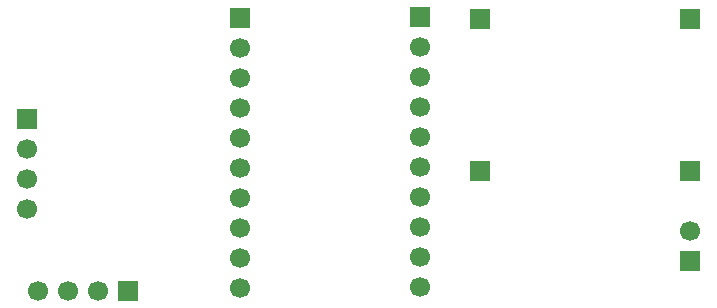
<source format=gbr>
%TF.GenerationSoftware,KiCad,Pcbnew,9.0.1*%
%TF.CreationDate,2025-05-21T02:45:21+02:00*%
%TF.ProjectId,KinderLight,4b696e64-6572-44c6-9967-68742e6b6963,rev?*%
%TF.SameCoordinates,Original*%
%TF.FileFunction,Soldermask,Bot*%
%TF.FilePolarity,Negative*%
%FSLAX46Y46*%
G04 Gerber Fmt 4.6, Leading zero omitted, Abs format (unit mm)*
G04 Created by KiCad (PCBNEW 9.0.1) date 2025-05-21 02:45:21*
%MOMM*%
%LPD*%
G01*
G04 APERTURE LIST*
%ADD10C,1.700000*%
%ADD11R,1.700000X1.700000*%
G04 APERTURE END LIST*
D10*
%TO.C,J9*%
X134620000Y-91440000D03*
D11*
X134620000Y-93980000D03*
%TD*%
%TO.C,J8*%
X78500000Y-81960000D03*
D10*
X78500000Y-84500000D03*
X78500000Y-87040000D03*
X78500000Y-89580000D03*
%TD*%
D11*
%TO.C,J7*%
X87040000Y-96500000D03*
D10*
X84500000Y-96500000D03*
X81960000Y-96500000D03*
X79420000Y-96500000D03*
%TD*%
D11*
%TO.C,J6*%
X134620000Y-86360000D03*
%TD*%
%TO.C,J5*%
X134620000Y-73500000D03*
%TD*%
%TO.C,J4*%
X111760000Y-73340000D03*
D10*
X111760000Y-75880000D03*
X111760000Y-78420000D03*
X111760000Y-80960000D03*
X111760000Y-83500000D03*
X111760000Y-86040000D03*
X111760000Y-88580000D03*
X111760000Y-91120000D03*
X111760000Y-93660000D03*
X111760000Y-96200000D03*
%TD*%
D11*
%TO.C,J2*%
X116840000Y-86360000D03*
%TD*%
%TO.C,J1*%
X116840000Y-73500000D03*
%TD*%
%TO.C,J3*%
X96520000Y-73380000D03*
D10*
X96520000Y-75920000D03*
X96520000Y-78460000D03*
X96520000Y-81000000D03*
X96520000Y-83540000D03*
X96520000Y-86080000D03*
X96520000Y-88620000D03*
X96520000Y-91160000D03*
X96520000Y-93700000D03*
X96520000Y-96240000D03*
%TD*%
M02*

</source>
